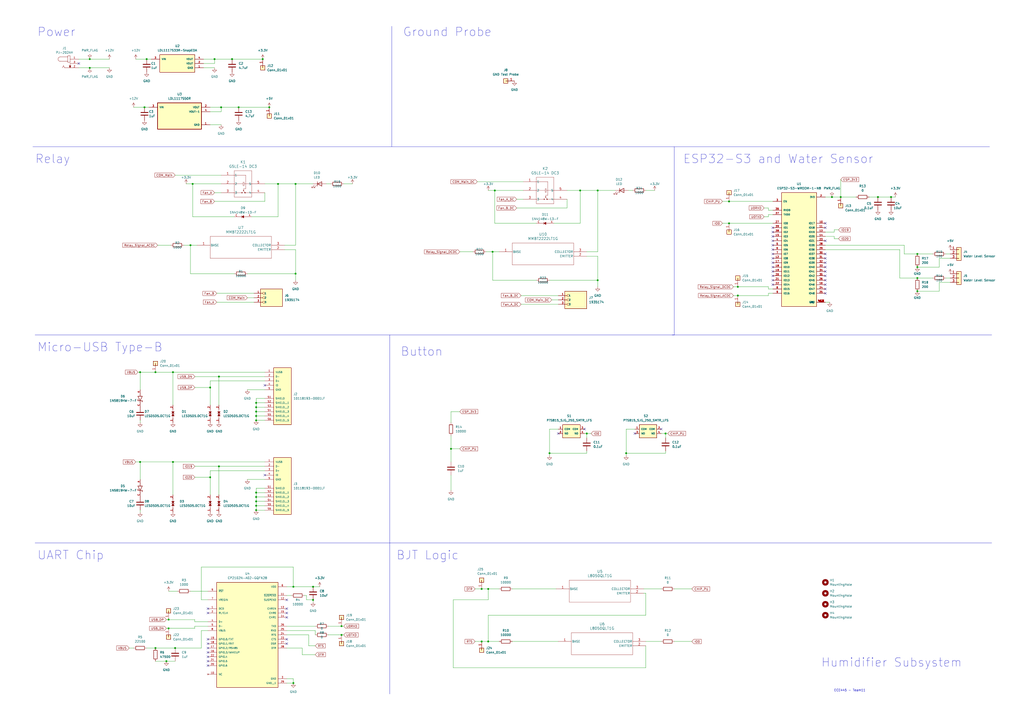
<source format=kicad_sch>
(kicad_sch (version 20230121) (generator eeschema)
  (paper "A2")
  (junction (at 198.12 368.3))
  (junction (at 482.6 114.3))
  (junction (at 128.27 62.23))
  (junction (at 532.13 161.29))
  (junction (at 171.45 158.75))
  (junction (at 532.13 147.32))
  (junction (at 97.79 359.41))
  (junction (at 279.4 341.63))
  (junction (at 279.4 372.11))
  (junction (at 96.52 383.54))
  (junction (at 171.45 106.68))
  (junction (at 336.55 110.49))
  (junction (at 346.71 162.56))
  (junction (at 318.77 262.89))
  (junction (at 97.79 364.49))
  (junction (at 170.18 396.24))
  (junction (at 90.17 215.9))
  (junction (at 283.21 341.63))
  (junction (at 386.08 251.46))
  (junction (at 148.59 241.3))
  (junction (at 148.59 236.22))
  (junction (at 198.12 363.22))
  (junction (at 134.62 34.29))
  (junction (at 283.21 372.11))
  (junction (at 148.59 288.29))
  (junction (at 340.36 251.46))
  (junction (at 152.4 34.29))
  (junction (at 427.99 166.37))
  (junction (at 509.27 114.3))
  (junction (at 101.6 375.92))
  (junction (at 170.18 340.36))
  (junction (at 81.28 267.97))
  (junction (at 148.59 238.76))
  (junction (at 85.09 34.29))
  (junction (at 83.82 62.23))
  (junction (at 516.89 114.3))
  (junction (at 138.43 62.23))
  (junction (at 100.33 267.97))
  (junction (at 261.62 260.35))
  (junction (at 487.68 114.3))
  (junction (at 111.76 106.68))
  (junction (at 127 218.44))
  (junction (at 124.46 34.29))
  (junction (at 532.13 154.94))
  (junction (at 52.07 34.29))
  (junction (at 363.22 262.89))
  (junction (at 148.59 285.75))
  (junction (at 110.49 142.24))
  (junction (at 156.21 62.23))
  (junction (at 422.91 116.84))
  (junction (at 81.28 215.9))
  (junction (at 422.91 129.54))
  (junction (at 121.92 276.86))
  (junction (at 148.59 293.37))
  (junction (at 148.59 295.91))
  (junction (at 532.13 168.91))
  (junction (at 181.61 340.36))
  (junction (at 346.71 110.49))
  (junction (at 427.99 171.45))
  (junction (at 148.59 290.83))
  (junction (at 100.33 215.9))
  (junction (at 121.92 224.79))
  (junction (at 148.59 243.84))
  (junction (at 285.75 146.05))
  (junction (at 161.29 106.68))
  (junction (at 90.17 375.92))
  (junction (at 52.07 39.37))
  (junction (at 181.61 347.98))
  (junction (at 148.59 233.68))
  (junction (at 287.02 110.49))
  (junction (at 127 270.51))
  (no_connect (at 448.31 134.62))
  (no_connect (at 153.67 275.59))
  (no_connect (at 478.79 129.54))
  (no_connect (at 478.79 170.18))
  (no_connect (at 166.37 370.84))
  (no_connect (at 478.79 154.94))
  (no_connect (at 448.31 149.86))
  (no_connect (at 448.31 137.16))
  (no_connect (at 448.31 162.56))
  (no_connect (at 478.79 152.4))
  (no_connect (at 45.72 36.83))
  (no_connect (at 448.31 147.32))
  (no_connect (at 166.37 373.38))
  (no_connect (at 448.31 152.4))
  (no_connect (at 448.31 142.24))
  (no_connect (at 478.79 160.02))
  (no_connect (at 478.79 132.08))
  (no_connect (at 120.65 386.08))
  (no_connect (at 478.79 139.7))
  (no_connect (at 368.3 251.46))
  (no_connect (at 448.31 154.94))
  (no_connect (at 120.65 383.54))
  (no_connect (at 166.37 358.14))
  (no_connect (at 120.65 370.84))
  (no_connect (at 478.79 157.48))
  (no_connect (at 120.65 381))
  (no_connect (at 478.79 147.32))
  (no_connect (at 120.65 378.46))
  (no_connect (at 166.37 355.6))
  (no_connect (at 478.79 167.64))
  (no_connect (at 339.09 248.92))
  (no_connect (at 448.31 165.1))
  (no_connect (at 448.31 157.48))
  (no_connect (at 166.37 353.06))
  (no_connect (at 120.65 355.6))
  (no_connect (at 478.79 149.86))
  (no_connect (at 448.31 132.08))
  (no_connect (at 448.31 139.7))
  (no_connect (at 478.79 165.1))
  (no_connect (at 478.79 162.56))
  (no_connect (at 166.37 347.98))
  (no_connect (at 120.65 375.92))
  (no_connect (at 323.85 251.46))
  (no_connect (at 120.65 373.38))
  (no_connect (at 383.54 248.92))
  (no_connect (at 153.67 223.52))
  (no_connect (at 448.31 160.02))
  (no_connect (at 448.31 144.78))
  (no_connect (at 120.65 353.06))
  (wire (pts (xy 346.71 148.59) (xy 346.71 162.56)))
  (wire (pts (xy 336.55 129.54) (xy 336.55 110.49)))
  (wire (pts (xy 118.11 34.29) (xy 124.46 34.29)))
  (wire (pts (xy 318.77 262.89) (xy 340.36 262.89)))
  (wire (pts (xy 148.59 290.83) (xy 153.67 290.83)))
  (wire (pts (xy 81.28 215.9) (xy 90.17 215.9)))
  (wire (pts (xy 170.18 393.7) (xy 170.18 396.24)))
  (wire (pts (xy 198.12 363.22) (xy 199.39 363.22)))
  (wire (pts (xy 171.45 142.24) (xy 165.1 142.24)))
  (wire (pts (xy 261.62 275.59) (xy 261.62 284.48)))
  (wire (pts (xy 85.09 34.29) (xy 87.63 34.29)))
  (wire (pts (xy 287.02 129.54) (xy 287.02 110.49)))
  (wire (pts (xy 427.99 171.45) (xy 445.77 171.45)))
  (wire (pts (xy 297.18 372.11) (xy 323.85 372.11)))
  (wire (pts (xy 148.59 236.22) (xy 148.59 238.76)))
  (wire (pts (xy 340.36 251.46) (xy 342.9 251.46)))
  (wire (pts (xy 128.27 64.77) (xy 128.27 62.23)))
  (wire (pts (xy 422.91 129.54) (xy 448.31 129.54)))
  (wire (pts (xy 279.4 372.11) (xy 283.21 372.11)))
  (wire (pts (xy 78.74 34.29) (xy 85.09 34.29)))
  (wire (pts (xy 175.26 375.92) (xy 175.26 379.73)))
  (polyline (pts (xy 391.16 194.31) (xy 389.89 194.31)))
  (wire (pts (xy 45.72 39.37) (xy 52.07 39.37)))
  (wire (pts (xy 124.46 34.29) (xy 134.62 34.29)))
  (wire (pts (xy 261.62 260.35) (xy 261.62 267.97)))
  (wire (pts (xy 346.71 162.56) (xy 346.71 166.37)))
  (wire (pts (xy 287.02 110.49) (xy 303.53 110.49)))
  (wire (pts (xy 148.59 233.68) (xy 148.59 236.22)))
  (wire (pts (xy 276.86 105.41) (xy 303.53 105.41)))
  (wire (pts (xy 478.79 137.16) (xy 483.87 137.16)))
  (wire (pts (xy 148.59 236.22) (xy 153.67 236.22)))
  (wire (pts (xy 386.08 251.46) (xy 387.35 251.46)))
  (wire (pts (xy 148.59 241.3) (xy 148.59 243.84)))
  (wire (pts (xy 148.59 231.14) (xy 148.59 233.68)))
  (wire (pts (xy 100.33 215.9) (xy 153.67 215.9)))
  (wire (pts (xy 519.43 114.3) (xy 516.89 114.3)))
  (wire (pts (xy 45.72 34.29) (xy 52.07 34.29)))
  (wire (pts (xy 261.62 260.35) (xy 266.7 260.35)))
  (wire (pts (xy 113.03 364.49) (xy 113.03 363.22)))
  (wire (pts (xy 443.23 120.65) (xy 445.77 120.65)))
  (wire (pts (xy 166.37 365.76) (xy 182.88 365.76)))
  (wire (pts (xy 363.22 248.92) (xy 363.22 262.89)))
  (wire (pts (xy 146.05 125.73) (xy 161.29 125.73)))
  (wire (pts (xy 113.03 270.51) (xy 127 270.51)))
  (wire (pts (xy 374.65 110.49) (xy 379.73 110.49)))
  (wire (pts (xy 483.87 134.62) (xy 483.87 133.35)))
  (wire (pts (xy 121.92 276.86) (xy 121.92 273.05)))
  (wire (pts (xy 346.71 146.05) (xy 340.36 146.05)))
  (wire (pts (xy 148.59 288.29) (xy 148.59 290.83)))
  (wire (pts (xy 336.55 110.49) (xy 346.71 110.49)))
  (wire (pts (xy 374.65 374.65) (xy 374.65 387.35)))
  (wire (pts (xy 113.03 218.44) (xy 127 218.44)))
  (wire (pts (xy 121.92 72.39) (xy 128.27 72.39)))
  (wire (pts (xy 148.59 290.83) (xy 148.59 293.37)))
  (wire (pts (xy 386.08 261.62) (xy 386.08 262.89)))
  (wire (pts (xy 445.77 170.18) (xy 448.31 170.18)))
  (wire (pts (xy 121.92 276.86) (xy 121.92 287.02)))
  (wire (pts (xy 121.92 220.98) (xy 153.67 220.98)))
  (wire (pts (xy 143.51 172.72) (xy 147.32 172.72)))
  (wire (pts (xy 548.64 161.29) (xy 551.18 161.29)))
  (wire (pts (xy 524.51 147.32) (xy 532.13 147.32)))
  (wire (pts (xy 124.46 111.76) (xy 128.27 111.76)))
  (wire (pts (xy 124.46 116.84) (xy 153.67 116.84)))
  (wire (pts (xy 373.38 341.63) (xy 383.54 341.63)))
  (wire (pts (xy 516.89 114.3) (xy 509.27 114.3)))
  (wire (pts (xy 374.65 387.35) (xy 262.89 387.35)))
  (wire (pts (xy 544.83 168.91) (xy 532.13 168.91)))
  (wire (pts (xy 445.77 166.37) (xy 445.77 167.64)))
  (wire (pts (xy 113.03 224.79) (xy 121.92 224.79)))
  (wire (pts (xy 544.83 163.83) (xy 544.83 168.91)))
  (wire (pts (xy 81.28 267.97) (xy 81.28 278.13)))
  (wire (pts (xy 281.94 146.05) (xy 285.75 146.05)))
  (wire (pts (xy 148.59 233.68) (xy 153.67 233.68)))
  (wire (pts (xy 478.79 134.62) (xy 483.87 134.62)))
  (wire (pts (xy 311.15 162.56) (xy 285.75 162.56)))
  (wire (pts (xy 110.49 342.9) (xy 120.65 342.9)))
  (wire (pts (xy 118.11 36.83) (xy 124.46 36.83)))
  (wire (pts (xy 262.89 347.98) (xy 283.21 347.98)))
  (wire (pts (xy 166.37 393.7) (xy 170.18 393.7)))
  (wire (pts (xy 138.43 62.23) (xy 156.21 62.23)))
  (wire (pts (xy 165.1 144.78) (xy 171.45 144.78)))
  (wire (pts (xy 128.27 62.23) (xy 138.43 62.23)))
  (wire (pts (xy 176.53 345.44) (xy 177.8 345.44)))
  (wire (pts (xy 116.84 347.98) (xy 116.84 328.93)))
  (wire (pts (xy 321.31 129.54) (xy 336.55 129.54)))
  (wire (pts (xy 116.84 375.92) (xy 101.6 375.92)))
  (wire (pts (xy 171.45 158.75) (xy 171.45 162.56)))
  (wire (pts (xy 548.64 147.32) (xy 551.18 147.32)))
  (wire (pts (xy 52.07 39.37) (xy 63.5 39.37)))
  (wire (pts (xy 482.6 114.3) (xy 487.68 114.3)))
  (wire (pts (xy 90.17 383.54) (xy 96.52 383.54)))
  (wire (pts (xy 171.45 106.68) (xy 171.45 142.24)))
  (wire (pts (xy 198.12 368.3) (xy 199.39 368.3)))
  (wire (pts (xy 373.38 344.17) (xy 374.65 344.17)))
  (wire (pts (xy 179.07 368.3) (xy 179.07 374.65)))
  (wire (pts (xy 368.3 248.92) (xy 363.22 248.92)))
  (wire (pts (xy 127 270.51) (xy 127 287.02)))
  (wire (pts (xy 346.71 110.49) (xy 346.71 146.05)))
  (wire (pts (xy 483.87 137.16) (xy 483.87 138.43)))
  (wire (pts (xy 283.21 372.11) (xy 289.56 372.11)))
  (wire (pts (xy 166.37 345.44) (xy 168.91 345.44)))
  (wire (pts (xy 148.59 295.91) (xy 153.67 295.91)))
  (polyline (pts (xy 19.05 85.09) (xy 574.04 85.09)))
  (wire (pts (xy 285.75 146.05) (xy 289.56 146.05)))
  (wire (pts (xy 116.84 365.76) (xy 116.84 375.92)))
  (polyline (pts (xy 20.32 314.96) (xy 575.31 314.96)))
  (wire (pts (xy 110.49 158.75) (xy 110.49 142.24)))
  (wire (pts (xy 299.72 120.65) (xy 328.93 120.65)))
  (wire (pts (xy 100.33 267.97) (xy 100.33 287.02)))
  (wire (pts (xy 524.51 142.24) (xy 524.51 147.32)))
  (wire (pts (xy 148.59 285.75) (xy 148.59 288.29)))
  (wire (pts (xy 504.19 114.3) (xy 509.27 114.3)))
  (wire (pts (xy 363.22 262.89) (xy 363.22 264.16)))
  (wire (pts (xy 166.37 396.24) (xy 170.18 396.24)))
  (wire (pts (xy 77.47 62.23) (xy 83.82 62.23)))
  (wire (pts (xy 483.87 138.43) (xy 486.41 138.43)))
  (wire (pts (xy 113.03 276.86) (xy 121.92 276.86)))
  (wire (pts (xy 544.83 154.94) (xy 532.13 154.94)))
  (wire (pts (xy 443.23 125.73) (xy 445.77 125.73)))
  (polyline (pts (xy 391.16 85.09) (xy 391.16 194.31)))
  (wire (pts (xy 143.51 278.13) (xy 153.67 278.13)))
  (wire (pts (xy 121.92 64.77) (xy 128.27 64.77)))
  (wire (pts (xy 532.13 161.29) (xy 541.02 161.29)))
  (wire (pts (xy 283.21 347.98) (xy 283.21 341.63)))
  (wire (pts (xy 81.28 267.97) (xy 100.33 267.97)))
  (wire (pts (xy 297.18 341.63) (xy 322.58 341.63)))
  (wire (pts (xy 383.54 251.46) (xy 386.08 251.46)))
  (wire (pts (xy 121.92 273.05) (xy 153.67 273.05)))
  (wire (pts (xy 318.77 248.92) (xy 318.77 262.89)))
  (wire (pts (xy 90.17 375.92) (xy 101.6 375.92)))
  (wire (pts (xy 116.84 328.93) (xy 170.18 328.93)))
  (wire (pts (xy 81.28 215.9) (xy 81.28 226.06)))
  (wire (pts (xy 425.45 171.45) (xy 427.99 171.45)))
  (wire (pts (xy 127 218.44) (xy 153.67 218.44)))
  (wire (pts (xy 487.68 114.3) (xy 496.57 114.3)))
  (wire (pts (xy 521.97 144.78) (xy 521.97 161.29)))
  (wire (pts (xy 285.75 162.56) (xy 285.75 146.05)))
  (wire (pts (xy 118.11 39.37) (xy 124.46 39.37)))
  (wire (pts (xy 181.61 349.25) (xy 181.61 347.98)))
  (wire (pts (xy 52.07 34.29) (xy 63.5 34.29)))
  (wire (pts (xy 148.59 293.37) (xy 153.67 293.37)))
  (wire (pts (xy 177.8 345.44) (xy 177.8 347.98)))
  (wire (pts (xy 283.21 110.49) (xy 287.02 110.49)))
  (wire (pts (xy 153.67 106.68) (xy 161.29 106.68)))
  (wire (pts (xy 275.59 341.63) (xy 279.4 341.63)))
  (wire (pts (xy 318.77 162.56) (xy 346.71 162.56)))
  (wire (pts (xy 182.88 365.76) (xy 182.88 368.3)))
  (wire (pts (xy 374.65 356.87) (xy 283.21 356.87)))
  (wire (pts (xy 121.92 224.79) (xy 121.92 220.98)))
  (wire (pts (xy 177.8 347.98) (xy 181.61 347.98)))
  (wire (pts (xy 148.59 288.29) (xy 153.67 288.29)))
  (wire (pts (xy 124.46 36.83) (xy 124.46 34.29)))
  (wire (pts (xy 153.67 283.21) (xy 148.59 283.21)))
  (wire (pts (xy 318.77 262.89) (xy 318.77 264.16)))
  (wire (pts (xy 445.77 171.45) (xy 445.77 170.18)))
  (wire (pts (xy 445.77 121.92) (xy 448.31 121.92)))
  (wire (pts (xy 190.5 368.3) (xy 198.12 368.3)))
  (wire (pts (xy 125.73 170.18) (xy 147.32 170.18)))
  (wire (pts (xy 364.49 110.49) (xy 367.03 110.49)))
  (wire (pts (xy 101.6 101.6) (xy 128.27 101.6)))
  (wire (pts (xy 127 270.51) (xy 153.67 270.51)))
  (wire (pts (xy 283.21 356.87) (xy 283.21 372.11)))
  (wire (pts (xy 478.79 114.3) (xy 482.6 114.3)))
  (wire (pts (xy 445.77 167.64) (xy 448.31 167.64)))
  (wire (pts (xy 113.03 360.68) (xy 120.65 360.68)))
  (wire (pts (xy 91.44 142.24) (xy 99.06 142.24)))
  (wire (pts (xy 113.03 359.41) (xy 113.03 360.68)))
  (wire (pts (xy 386.08 262.89) (xy 363.22 262.89)))
  (wire (pts (xy 181.61 340.36) (xy 185.42 340.36)))
  (wire (pts (xy 427.99 166.37) (xy 445.77 166.37)))
  (wire (pts (xy 374.65 344.17) (xy 374.65 356.87)))
  (wire (pts (xy 134.62 34.29) (xy 152.4 34.29)))
  (wire (pts (xy 111.76 106.68) (xy 128.27 106.68)))
  (wire (pts (xy 478.79 144.78) (xy 521.97 144.78)))
  (wire (pts (xy 266.7 238.76) (xy 261.62 238.76)))
  (wire (pts (xy 386.08 251.46) (xy 386.08 254)))
  (wire (pts (xy 339.09 251.46) (xy 340.36 251.46)))
  (wire (pts (xy 148.59 238.76) (xy 148.59 241.3)))
  (wire (pts (xy 148.59 293.37) (xy 148.59 295.91)))
  (wire (pts (xy 189.23 106.68) (xy 191.77 106.68)))
  (wire (pts (xy 80.01 215.9) (xy 81.28 215.9)))
  (wire (pts (xy 323.85 248.92) (xy 318.77 248.92)))
  (wire (pts (xy 161.29 125.73) (xy 161.29 106.68)))
  (wire (pts (xy 425.45 166.37) (xy 427.99 166.37)))
  (wire (pts (xy 261.62 252.73) (xy 261.62 260.35)))
  (wire (pts (xy 419.1 116.84) (xy 422.91 116.84)))
  (wire (pts (xy 143.51 226.06) (xy 153.67 226.06)))
  (wire (pts (xy 83.82 62.23) (xy 86.36 62.23)))
  (wire (pts (xy 153.67 111.76) (xy 153.67 116.84)))
  (wire (pts (xy 346.71 110.49) (xy 356.87 110.49)))
  (wire (pts (xy 279.4 341.63) (xy 283.21 341.63)))
  (wire (pts (xy 148.59 283.21) (xy 148.59 285.75)))
  (wire (pts (xy 445.77 124.46) (xy 448.31 124.46)))
  (wire (pts (xy 113.03 363.22) (xy 120.65 363.22)))
  (wire (pts (xy 96.52 359.41) (xy 97.79 359.41)))
  (polyline (pts (xy 226.06 194.31) (xy 226.06 402.59)))
  (wire (pts (xy 148.59 285.75) (xy 153.67 285.75)))
  (wire (pts (xy 391.16 372.11) (xy 401.32 372.11)))
  (wire (pts (xy 287.02 129.54) (xy 311.15 129.54)))
  (wire (pts (xy 121.92 62.23) (xy 128.27 62.23)))
  (wire (pts (xy 148.59 238.76) (xy 153.67 238.76)))
  (wire (pts (xy 135.89 158.75) (xy 110.49 158.75)))
  (wire (pts (xy 111.76 125.73) (xy 135.89 125.73)))
  (wire (pts (xy 320.04 173.99) (xy 323.85 173.99)))
  (wire (pts (xy 125.73 175.26) (xy 147.32 175.26)))
  (wire (pts (xy 302.26 176.53) (xy 323.85 176.53)))
  (wire (pts (xy 148.59 241.3) (xy 153.67 241.3)))
  (wire (pts (xy 445.77 120.65) (xy 445.77 121.92)))
  (wire (pts (xy 190.5 363.22) (xy 198.12 363.22)))
  (wire (pts (xy 170.18 340.36) (xy 181.61 340.36)))
  (polyline (pts (xy 227.33 15.24) (xy 227.33 85.09)))
  (wire (pts (xy 544.83 149.86) (xy 544.83 154.94)))
  (wire (pts (xy 487.68 104.14) (xy 487.68 114.3)))
  (wire (pts (xy 166.37 368.3) (xy 179.07 368.3)))
  (wire (pts (xy 153.67 231.14) (xy 148.59 231.14)))
  (wire (pts (xy 483.87 133.35) (xy 486.41 133.35)))
  (wire (pts (xy 275.59 372.11) (xy 279.4 372.11)))
  (wire (pts (xy 166.37 375.92) (xy 175.26 375.92)))
  (wire (pts (xy 97.79 342.9) (xy 102.87 342.9)))
  (wire (pts (xy 340.36 261.62) (xy 340.36 262.89)))
  (wire (pts (xy 521.97 161.29) (xy 532.13 161.29)))
  (wire (pts (xy 111.76 125.73) (xy 111.76 106.68)))
  (wire (pts (xy 422.91 116.84) (xy 448.31 116.84)))
  (wire (pts (xy 544.83 163.83) (xy 551.18 163.83)))
  (wire (pts (xy 106.68 142.24) (xy 110.49 142.24)))
  (wire (pts (xy 478.79 142.24) (xy 524.51 142.24)))
  (wire (pts (xy 175.26 379.73) (xy 182.88 379.73)))
  (wire (pts (xy 148.59 243.84) (xy 153.67 243.84)))
  (wire (pts (xy 143.51 158.75) (xy 171.45 158.75)))
  (wire (pts (xy 171.45 144.78) (xy 171.45 158.75)))
  (wire (pts (xy 166.37 340.36) (xy 170.18 340.36)))
  (wire (pts (xy 107.95 106.68) (xy 111.76 106.68)))
  (wire (pts (xy 340.36 148.59) (xy 346.71 148.59)))
  (wire (pts (xy 166.37 363.22) (xy 182.88 363.22)))
  (wire (pts (xy 96.52 364.49) (xy 97.79 364.49)))
  (wire (pts (xy 299.72 115.57) (xy 303.53 115.57)))
  (wire (pts (xy 391.16 341.63) (xy 401.32 341.63)))
  (wire (pts (xy 328.93 110.49) (xy 336.55 110.49)))
  (wire (pts (xy 85.09 375.92) (xy 90.17 375.92)))
  (wire (pts (xy 199.39 106.68) (xy 204.47 106.68)))
  (wire (pts (xy 170.18 328.93) (xy 170.18 340.36)))
  (wire (pts (xy 78.74 267.97) (xy 81.28 267.97)))
  (wire (pts (xy 90.17 215.9) (xy 100.33 215.9)))
  (wire (pts (xy 96.52 383.54) (xy 101.6 383.54)))
  (wire (pts (xy 261.62 238.76) (xy 261.62 245.11)))
  (wire (pts (xy 481.33 175.26) (xy 478.79 175.26)))
  (wire (pts (xy 161.29 106.68) (xy 171.45 106.68)))
  (wire (pts (xy 328.93 115.57) (xy 328.93 120.65)))
  (polyline (pts (xy 20.32 194.31) (xy 575.31 194.31)))
  (wire (pts (xy 179.07 374.65) (xy 182.88 374.65)))
  (wire (pts (xy 445.77 125.73) (xy 445.77 124.46)))
  (wire (pts (xy 262.89 387.35) (xy 262.89 347.98)))
  (wire (pts (xy 100.33 215.9) (xy 100.33 234.95)))
  (wire (pts (xy 97.79 364.49) (xy 113.03 364.49)))
  (wire (pts (xy 283.21 341.63) (xy 289.56 341.63)))
  (wire (pts (xy 532.13 147.32) (xy 541.02 147.32)))
  (wire (pts (xy 374.65 372.11) (xy 383.54 372.11)))
  (wire (pts (xy 127 218.44) (xy 127 234.95)))
  (wire (pts (xy 419.1 129.54) (xy 422.91 129.54)))
  (wire (pts (xy 100.33 267.97) (xy 153.67 267.97)))
  (wire (pts (xy 121.92 224.79) (xy 121.92 234.95)))
  (wire (pts (xy 302.26 171.45) (xy 323.85 171.45)))
  (wire (pts (xy 81.28 243.84) (xy 81.28 245.11)))
  (wire (pts (xy 74.93 375.92) (xy 77.47 375.92)))
  (wire (pts (xy 340.36 251.46) (xy 340.36 254)))
  (wire (pts (xy 110.49 142.24) (xy 114.3 142.24)))
  (wire (pts (xy 81.28 295.91) (xy 81.28 297.18)))
  (wire (pts (xy 120.65 365.76) (xy 116.84 365.76)))
  (wire (pts (xy 97.79 359.41) (xy 113.03 359.41)))
  (wire (pts (xy 171.45 106.68) (xy 181.61 106.68)))
  (wire (pts (xy 544.83 149.86) (xy 551.18 149.86)))
  (wire (pts (xy 266.7 146.05) (xy 274.32 146.05)))
  (wire (pts (xy 120.65 347.98) (xy 116.84 347.98)))
  (text "Power" (at 21.59 21.59 0) (effects (font (size 5 5)) (justify left bottom)))
  (text "UART Chip" (at 21.59 325.12 0) (effects (font (size 5 5)) (justify left bottom)))
  (text "Humidifier Subsystem" (at 476.25 387.35 0) (effects (font (size 5 5)) (justify left bottom)))
  (text "ECE445 - Team11" (at 483.87 401.32 0) (effects (font (size 1.27 1.27)) (justify left bottom)))
  (text "Button" (at 232.41 207.01 0) (effects (font (size 5 5)) (justify left bottom)))
  (text "ESP32-S3 and Water Sensor" (at 396.24 95.25 0) (effects (font (size 5 5)) (justify left bottom)))
  (text "Relay" (at 20.32 95.25 0) (effects (font (size 5 5)) (justify left bottom)))
  (text "Ground Probe" (at 233.68 21.59 0) (effects (font (size 5 5)) (justify left bottom)))
  (text "BJT Logic" (at 229.87 325.12 0) (effects (font (size 5 5)) (justify left bottom)))
  (text "Micro-USB Type-B" (at 21.59 204.47 0) (effects (font (size 5 5)) (justify left bottom)))
  (global_label "COM_Main" (shape input) (at 101.6 101.6 180) (property "Intersheetrefs" "${INTERSHEET_REFS}" (effects hide)))
  (global_label "U0RXD" (shape input) (at 443.23 120.65 180) (property "Intersheetrefs" "${INTERSHEET_REFS}" (effects hide)))
  (global_label "Fan_B" (shape input) (at 125.73 170.18 180) (property "Intersheetrefs" "${INTERSHEET_REFS}" (effects hide)))
  (global_label "Relay_Signal_ACDC" (shape input) (at 425.45 171.45 180) (property "Intersheetrefs" "${INTERSHEET_REFS}" (effects hide)))
  (global_label "Relay_Signal_DCDC" (shape input) (at 266.7 146.05 180) (property "Intersheetrefs" "${INTERSHEET_REFS}" (effects hide)))
  (global_label "VBUS" (shape input) (at 78.74 267.97 180) (property "Intersheetrefs" "${INTERSHEET_REFS}" (effects hide)))
  (global_label "IO0" (shape input) (at 342.9 251.46 0) (property "Intersheetrefs" "${INTERSHEET_REFS}" (effects hide)))
  (global_label "Fan_A" (shape input) (at 125.73 175.26 180) (property "Intersheetrefs" "${INTERSHEET_REFS}" (effects hide)))
  (global_label "U0RXD" (shape input) (at 199.39 363.22 0) (property "Intersheetrefs" "${INTERSHEET_REFS}" (effects hide)))
  (global_label "Fan_B" (shape input) (at 124.46 116.84 180) (property "Intersheetrefs" "${INTERSHEET_REFS}" (effects hide)))
  (global_label "Fan_B_DC" (shape input) (at 299.72 120.65 180) (property "Intersheetrefs" "${INTERSHEET_REFS}" (effects hide)))
  (global_label "U0TXD" (shape input) (at 199.39 368.3 0) (property "Intersheetrefs" "${INTERSHEET_REFS}" (effects hide)))
  (global_label "CHIP_PU" (shape input) (at 401.32 341.63 0) (property "Intersheetrefs" "${INTERSHEET_REFS}" (effects hide)))
  (global_label "Fan_A_DC" (shape input) (at 299.72 115.57 180) (property "Intersheetrefs" "${INTERSHEET_REFS}" (effects hide)))
  (global_label "ESP_3V3" (shape input) (at 487.68 104.14 0) (property "Intersheetrefs" "${INTERSHEET_REFS}" (effects hide)))
  (global_label "COM_Main_DC" (shape input) (at 276.86 105.41 180) (property "Intersheetrefs" "${INTERSHEET_REFS}" (effects hide)))
  (global_label "CHIP_PU" (shape input) (at 419.1 116.84 180) (property "Intersheetrefs" "${INTERSHEET_REFS}" (effects hide)))
  (global_label "DTR" (shape input) (at 275.59 341.63 180) (property "Intersheetrefs" "${INTERSHEET_REFS}" (effects hide)))
  (global_label "IO19" (shape input) (at 486.41 133.35 0) (property "Intersheetrefs" "${INTERSHEET_REFS}" (effects hide)))
  (global_label "RTS" (shape input) (at 275.59 372.11 180) (property "Intersheetrefs" "${INTERSHEET_REFS}" (effects hide)))
  (global_label "IO0" (shape input) (at 419.1 129.54 180) (property "Intersheetrefs" "${INTERSHEET_REFS}" (effects hide)))
  (global_label "CHIP_PU" (shape input) (at 266.7 260.35 0) (property "Intersheetrefs" "${INTERSHEET_REFS}" (effects hide)))
  (global_label "COM_Main_DC" (shape input) (at 320.04 173.99 180) (property "Intersheetrefs" "${INTERSHEET_REFS}" (effects hide)))
  (global_label "Fan_A" (shape input) (at 124.46 111.76 180) (property "Intersheetrefs" "${INTERSHEET_REFS}" (effects hide)))
  (global_label "IO20" (shape input) (at 113.03 276.86 180) (property "Intersheetrefs" "${INTERSHEET_REFS}" (effects hide)))
  (global_label "Fan_B_DC" (shape input) (at 302.26 171.45 180) (property "Intersheetrefs" "${INTERSHEET_REFS}" (effects hide)))
  (global_label "USB_DP" (shape input) (at 113.03 224.79 180) (property "Intersheetrefs" "${INTERSHEET_REFS}" (effects hide)))
  (global_label "VBUS" (shape input) (at 80.01 215.9 180) (property "Intersheetrefs" "${INTERSHEET_REFS}" (effects hide)))
  (global_label "U0TXD" (shape input) (at 443.23 125.73 180) (property "Intersheetrefs" "${INTERSHEET_REFS}" (effects hide)))
  (global_label "VBUS" (shape input) (at 74.93 375.92 180) (property "Intersheetrefs" "${INTERSHEET_REFS}" (effects hide)))
  (global_label "USB_DN" (shape input) (at 96.52 364.49 180) (property "Intersheetrefs" "${INTERSHEET_REFS}" (effects hide)))
  (global_label "RTS" (shape input) (at 182.88 374.65 0) (property "Intersheetrefs" "${INTERSHEET_REFS}" (effects hide)))
  (global_label "IO20" (shape input) (at 486.41 138.43 0) (property "Intersheetrefs" "${INTERSHEET_REFS}" (effects hide)))
  (global_label "CHIP_PU" (shape input) (at 387.35 251.46 0) (property "Intersheetrefs" "${INTERSHEET_REFS}" (effects hide)))
  (global_label "ESP_3V3" (shape input) (at 266.7 238.76 0) (property "Intersheetrefs" "${INTERSHEET_REFS}" (effects hide)))
  (global_label "Relay_Signal_DCDC" (shape input) (at 425.45 166.37 180) (property "Intersheetrefs" "${INTERSHEET_REFS}" (effects hide)))
  (global_label "USB_DN" (shape input) (at 113.03 218.44 180) (property "Intersheetrefs" "${INTERSHEET_REFS}" (effects hide)))
  (global_label "COM_Main" (shape input) (at 143.51 172.72 180) (property "Intersheetrefs" "${INTERSHEET_REFS}" (effects hide)))
  (global_label "Fan_A_DC" (shape input) (at 302.26 176.53 180) (property "Intersheetrefs" "${INTERSHEET_REFS}" (effects hide)))
  (global_label "DTR" (shape input) (at 182.88 379.73 0) (property "Intersheetrefs" "${INTERSHEET_REFS}" (effects hide)))
  (global_label "Relay_Signal_ACDC" (shape input) (at 91.44 142.24 180) (property "Intersheetrefs" "${INTERSHEET_REFS}" (effects hide)))
  (global_label "USB_DP" (shape input) (at 96.52 359.41 180) (property "Intersheetrefs" "${INTERSHEET_REFS}" (effects hide)))
  (global_label "IO19" (shape input) (at 113.03 270.51 180) (property "Intersheetrefs" "${INTERSHEET_REFS}" (effects hide)))
  (global_label "IO0" (shape input) (at 401.32 372.11 0) (property "Intersheetrefs" "${INTERSHEET_REFS}" (effects hide)))
  (symbol (lib_id "Device:R") (at 314.96 162.56 90) (unit 1)
    (property "Reference" "R23" (at 314.96 161.29 90))
    (property "Value" "10000" (at 314.96 163.83 90))
    (property "Footprint" "Resistor_SMD:R_0805_2012Metric_Pad1.20x1.40mm_HandSolder" (effects hide))
  )
  (symbol (lib_id "power:GND") (at 83.82 69.85 0) (unit 1)
    (property "Reference" "#PWR08" (effects hide))
    (property "Value" "GND" (at 83.82 74.93 0))
  )
  (symbol (lib_id "ECE445:LESD5D5.0CT1G") (at 127 292.1 90) (unit 1)
    (property "Reference" "D4" (at 129.54 290.83 90) (effects (justify right)))
    (property "Value" "LESD5D5.0CT1G" (at 129.54 293.37 90) (effects (justify right)))
    (property "Footprint" "ECE445:LESD5D5_0CT1G" (effects hide))
    (property "MF" "Leshan Radio Co." (effects hide))
    (property "MAXIMUM_PACKAGE_HEIGHT" "0.7 mm" (effects hide))
    (property "Package" "None" (effects hide))
    (property "Price" "None" (effects hide))
    (property "Check_prices" "https://www.snapeda.com/parts/LESD5D5.0CT1G/Leshan+Radio+Co./view-part/?ref=eda" (effects hide))
    (property "STANDARD" "Manufacturer Recommendations" (effects hide))
    (property "PARTREV" "O" (effects hide))
    (property "SnapEDA_Link" "https://www.snapeda.com/parts/LESD5D5.0CT1G/Leshan+Radio+Co./view-part/?ref=snap" (effects hide))
    (property "MP" "LESD5D5.0CT1G" (effects hide))
    (property "Description" "\nTransient Voltage Suppressors for ESD Protection\n" (effects hide))
    (property "Availability" "Not in stock" (effects hide))
    (property "MANUFACTURER" "LRC" (effects hide))
  )
  (symbol (lib_id "power:GND") (at 509.27 121.92 0) (mirror y) (unit 1)
    (property "Reference" "#PWR014" (effects hide))
    (property "Value" "GND" (at 509.27 127 0))
  )
  (symbol (lib_id "Mechanical:MountingHole") (at 478.79 356.87 0) (unit 1)
    (property "Reference" "H4" (at 481.33 355.6 0) (effects (justify left)))
    (property "Value" "MountingHole" (at 481.33 358.14 0) (effects (justify left)))
    (property "Footprint" "MountingHole:MountingHole_3.2mm_M3" (effects hide))
  )
  (symbol (lib_id "Device:R") (at 195.58 106.68 90) (unit 1)
    (property "Reference" "R19" (at 195.58 105.41 90))
    (property "Value" "1000" (at 195.58 107.95 90))
    (property "Footprint" "Resistor_SMD:R_0805_2012Metric_Pad1.20x1.40mm_HandSolder" (effects hide))
  )
  (symbol (lib_id "Device:R") (at 544.83 161.29 90) (unit 1)
    (property "Reference" "R16" (at 544.83 160.02 90))
    (property "Value" "100" (at 544.83 162.56 90))
    (property "Footprint" "Resistor_SMD:R_0805_2012Metric_Pad1.20x1.40mm_HandSolder" (effects hide))
  )
  (symbol (lib_id "Device:R") (at 186.69 368.3 90) (unit 1)
    (property "Reference" "R8" (at 186.69 367.03 90))
    (property "Value" "0" (at 186.69 369.57 90))
    (property "Footprint" "Resistor_SMD:R_0805_2012Metric_Pad1.20x1.40mm_HandSolder" (effects hide))
  )
  (symbol (lib_id "ECE445:G5LE-14_DC3") (at 303.53 105.41 0) (unit 1)
    (property "Reference" "K2" (at 316.23 97.79 0) (effects (font (size 1.524 1.524))))
    (property "Value" "G5LE-14 DC3" (at 316.23 100.33 0) (effects (font (size 1.524 1.524))))
    (property "Footprint" "ECE445:G5LE-1 DC3" (effects hide))
    (property "Datasheet" "G5LE-14 DC3" (effects hide))
  )
  (symbol (lib_id "Connector_Generic:Conn_01x03") (at 556.26 161.29 0) (unit 1)
    (property "Reference" "J5" (at 558.8 160.02 0) (effects (justify left)))
    (property "Value" "Water Level Sensor" (at 558.8 162.56 0) (effects (justify left)))
    (property "Footprint" "ECE445:1935174" (effects hide))
  )
  (symbol (lib_id "ECE445:1N4148W-13-F") (at 316.23 129.54 180) (unit 1)
    (property "Reference" "D11" (at 316.23 124.46 0))
    (property "Value" "1N4148W-13-F" (at 316.23 127 0))
    (property "Footprint" "ECE445:1N4148W-13-F" (effects hide))
    (property "PARTREV" "28-2" (effects hide))
    (property "MANUFACTURER" "Diodes" (effects hide))
    (property "STANDARD" "IPC-7351B" (effects hide))
  )
  (symbol (lib_id "power:PWR_FLAG") (at 52.07 34.29 0) (unit 1)
    (property "Reference" "#FLG01" (effects hide))
    (property "Value" "PWR_FLAG" (at 52.07 29.21 0))
  )
  (symbol (lib_id "power:GND") (at 532.13 154.94 0) (unit 1)
    (property "Reference" "#PWR037" (effects hide))
    (property "Value" "GND" (at 532.13 158.75 0))
  )
  (symbol (lib_id "power:GND") (at 100.33 297.18 0) (unit 1)
    (property "Reference" "#PWR033" (effects hide))
    (property "Value" "GND" (at 100.33 302.26 0))
  )
  (symbol (lib_id "power:+5V") (at 551.18 144.78 0) (unit 1)
    (property "Reference" "#PWR034" (effects hide))
    (property "Value" "+5V" (at 551.18 139.7 0))
  )
  (symbol (lib_id "power:+3.3V") (at 107.95 106.68 0) (unit 1)
    (property "Reference" "#PWR042" (effects hide))
    (property "Value" "+3.3V" (at 107.95 102.87 0))
  )
  (symbol (lib_id "ECE445:L8050QLT1G") (at 323.85 372.11 0) (unit 1)
    (property "Reference" "U6" (at 349.25 361.95 0) (effects (font (size 1.524 1.524))))
    (property "Value" "L8050QLT1G" (at 349.25 364.49 0) (effects (font (size 1.524 1.524))))
    (property "Footprint" "ECE445:SOT-23_ONS" (effects hide))
    (property "Datasheet" "KSC3265YMTF" (effects hide))
  )
  (symbol (lib_id "Device:R") (at 293.37 341.63 90) (unit 1)
    (property "Reference" "R9" (at 293.37 335.28 90))
    (property "Value" "10000" (at 293.37 337.82 90))
    (property "Footprint" "Resistor_SMD:R_0805_2012Metric_Pad1.20x1.40mm_HandSolder" (effects hide))
  )
  (symbol (lib_id "Connector_Generic:Conn_01x03") (at 556.26 147.32 0) (unit 1)
    (property "Reference" "J4" (at 558.8 146.05 0) (effects (justify left)))
    (property "Value" "Water Level Sensor" (at 558.8 148.59 0) (effects (justify left)))
    (property "Footprint" "ECE445:1935174" (effects hide))
  )
  (symbol (lib_id "Device:R") (at 532.13 165.1 0) (unit 1)
    (property "Reference" "R18" (at 534.67 163.83 0) (effects (justify left)))
    (property "Value" "200" (at 534.67 166.37 0) (effects (justify left)))
    (property "Footprint" "Resistor_SMD:R_0805_2012Metric_Pad1.20x1.40mm_HandSolder" (effects hide))
  )
  (symbol (lib_id "power:GND") (at 121.92 297.18 0) (unit 1)
    (property "Reference" "#PWR018" (effects hide))
    (property "Value" "GND" (at 121.92 302.26 0))
  )
  (symbol (lib_id "ECE445:L8050QLT1G") (at 322.58 341.63 0) (unit 1)
    (property "Reference" "U5" (at 347.98 331.47 0) (effects (font (size 1.524 1.524))))
    (property "Value" "L8050QLT1G" (at 347.98 334.01 0) (effects (font (size 1.524 1.524))))
    (property "Footprint" "ECE445:SOT-23_ONS" (effects hide))
    (property "Datasheet" "KSC3265YMTF" (effects hide))
  )
  (symbol (lib_id "Connector_Generic:Conn_01x01") (at 279.4 336.55 90) (unit 1)
    (property "Reference" "J25" (at 276.86 330.2 90) (effects (justify right)))
    (property "Value" "Conn_01x01" (at 276.86 332.74 90) (effects (justify right)))
    (property "Footprint" "Connector_PinSocket_2.54mm:PinSocket_1x01_P2.54mm_Vertical" (effects hide))
  )
  (symbol (lib_id "ECE445:MMBT2222LT1G") (at 114.3 142.24 0) (unit 1)
    (property "Reference" "U7" (at 139.7 132.08 0) (effects (font (size 1.524 1.524))))
    (property "Value" "MMBT2222LT1G" (at 139.7 134.62 0) (effects (font (size 1.524 1.524))))
    (property "Footprint" "ECE445:MMBT2222LT1G" (effects hide))
    (property "Datasheet" "MMBT2222LT1G" (effects hide))
  )
  (symbol (lib_id "Device:R") (at 261.62 248.92 0) (unit 1)
    (property "Reference" "R14" (at 264.16 247.65 0) (effects (justify left)))
    (property "Value" "10000" (at 264.16 250.19 0) (effects (justify left)))
    (property "Footprint" "Resistor_SMD:R_0805_2012Metric_Pad1.20x1.40mm_HandSolder" (effects hide))
  )
  (symbol (lib_id "Device:C") (at 101.6 379.73 0) (unit 1)
    (property "Reference" "C9" (at 105.41 378.46 0) (effects (justify left)))
    (property "Value" "1uF" (at 105.41 381 0) (effects (justify left)))
    (property "Footprint" "Capacitor_SMD:C_0805_2012Metric_Pad1.18x1.45mm_HandSolder" (effects hide))
  )
  (symbol (lib_id "Device:LED") (at 360.68 110.49 0) (unit 1)
    (property "Reference" "D12" (at 359.0925 104.14 0))
    (property "Value" "LED" (at 359.0925 106.68 0))
    (property "Footprint" "Diode_SMD:D_0805_2012Metric_Pad1.15x1.40mm_HandSolder" (effects hide))
  )
  (symbol (lib_id "power:GND") (at 128.27 72.39 0) (unit 1)
    (property "Reference" "#PWR036" (effects hide))
    (property "Value" "GND" (at 128.27 77.47 0))
  )
  (symbol (lib_id "power:GND") (at 138.43 69.85 0) (unit 1)
    (property "Reference" "#PWR039" (effects hide))
    (property "Value" "GND" (at 138.43 74.93 0))
  )
  (symbol (lib_id "ECE445:10118193-0001LF") (at 163.83 275.59 0) (unit 1)
    (property "Reference" "J3" (at 170.18 280.67 0) (effects (justify left)))
    (property "Value" "10118193-0001LF" (at 170.18 283.21 0) (effects (justify left)))
    (property "Footprint" "ECE445:10118193-0001LF" (effects hide))
    (property "PARTREV" "E" (effects hide))
    (property "MANUFACTURER" "Amphenol FCI" (effects hide))
    (property "MAXIMUM_PACKAGE_HEIGHT" "2.55 mm" (effects hide))
    (property "STANDARD" "Manufacturer Recommendations" (effects hide))
  )
  (symbol (lib_id "Device:C") (at 134.62 38.1 0) (unit 1)
    (property "Reference" "C2" (at 138.43 36.83 0) (effects (justify left)))
    (property "Value" "4.7uF" (at 138.43 39.37 0) (effects (justify left)))
    (property "Footprint" "Capacitor_SMD:C_0805_2012Metric_Pad1.18x1.45mm_HandSolder" (effects hide))
  )
  (symbol (lib_id "power:GND") (at 298.45 46.99 0) (unit 1)
    (property "Reference" "#PWR051" (effects hide))
    (property "Value" "GND" (at 298.45 52.07 0))
  )
  (symbol (lib_id "ECE445:1N5819HW-7-F") (at 81.28 283.21 270) (unit 1)
    (property "Reference" "D5" (at 69.85 281.94 90) (effects (justify left)))
    (property "Value" "1N5819HW-7-F" (at 63.5 284.48 90) (effects (justify left)))
    (property "Footprint" "ECE445:1N5819HW-7-F" (effects hide))
    (property "PARTREV" "18-2" (effects hide))
    (property "STANDARD" "IPC-7351B" (effects hide))
    (property "MANUFACTURER" "Diodes Inc." (effects hide))
  )
  (symbol (lib_id "Connector_Generic:Conn_01x01") (at 156.21 67.31 270) (unit 1)
    (property "Reference" "J11" (at 158.75 66.04 90) (effects (justify left)))
    (property "Value" "Conn_01x01" (at 158.75 68.58 90) (effects (justify left)))
    (property "Footprint" "Connector_PinSocket_2.54mm:PinSocket_1x01_P2.54mm_Vertical" (effects hide))
  )
  (symbol (lib_id "Device:C") (at 386.08 257.81 0) (unit 1)
    (property "Reference" "C12" (at 389.89 256.54 0) (effects (justify left)))
    (property "Value" "0.1uF" (at 389.89 259.08 0) (effects (justify left)))
    (property "Footprint" "Capacitor_SMD:C_0805_2012Metric_Pad1.18x1.45mm_HandSolder" (effects hide))
  )
  (symbol (lib_id "ECE445:1N5819HW-7-F") (at 81.28 231.14 270) (unit 1)
    (property "Reference" "D6" (at 69.85 229.87 90) (effects (justify left)))
    (property "Value" "1N5819HW-7-F" (at 63.5 232.41 90) (effects (justify left)))
    (property "Footprint" "ECE445:1N5819HW-7-F" (effects hide))
    (property "PARTREV" "18-2" (effects hide))
    (property "STANDARD" "IPC-7351B" (effects hide))
    (property "MANUFACTURER" "Diodes Inc." (effects hide))
  )
  (symbol (lib_id "ECE445:LESD5D5.0CT1G") (at 121.92 240.03 90) (unit 1)
    (property "Reference" "D1" (at 105.41 238.76 90) (effects (justify right)))
    (property "Value" "LESD5D5.0CT1G" (at 105.41 241.3 90) (effects (justify right)))
    (property "Footprint" "ECE445:LESD5D5_0CT1G" (effects hide))
    (property "MF" "Leshan Radio Co." (effects hide))
    (property "MAXIMUM_PACKAGE_HEIGHT" "0.7 mm" (effects hide))
    (property "Package" "None" (effects hide))
    (property "Price" "None" (effects hide))
    (property "Check_prices" "https://www.snapeda.com/parts/LESD5D5.0CT1G/Leshan+Radio+Co./view-part/?ref=eda" (effects hide))
    (property "STANDARD" "Manufacturer Recommendations" (effects hide))
    (property "PARTREV" "O" (effects hide))
    (property "SnapEDA_Link" "https://www.snapeda.com/parts/LESD5D5.0CT1G/Leshan+Radio+Co./view-part/?ref=snap" (effects hide))
    (property "MP" "LESD5D5.0CT1G" (effects hide))
    (property "Description" "\nTransient Voltage Suppressors for ESD Protection\n" (effects hide))
    (property "Availability" "Not in stock" (effects hide))
    (property "MANUFACTURER" "LRC" (effects hide))
  )
  (symbol (lib_id "power:GND") (at 318.77 264.16 0) (unit 1)
    (property "Reference" "#PWR030" (effects hide))
    (property "Value" "GND" (at 318.77 269.24 0))
  )
  (symbol (lib_id "power:+12V") (at 63.5 34.29 0) (unit 1)
    (property "Reference" "#PWR01" (effects hide))
    (property "Value" "+12V" (at 63.5 29.21 0))
  )
  (symbol (lib_id "power:+3.3V") (at 185.42 340.36 0) (unit 1)
    (property "Reference" "#PWR025" (effects hide))
    (property "Value" "+3.3V" (at 185.42 335.28 0))
  )
  (symbol (lib_id "ECE445:ESP32-S3-WROOM-1-N8") (at 463.55 142.24 0) (unit 1)
    (property "Reference" "U1" (at 463.55 106.68 0))
    (property "Value" "ESP32-S3-WROOM-1-N8" (at 463.55 109.22 0))
    (property "Footprint" "ECE445:ESP32-S3-WROOM-1-N8-SnapEDA" (effects hide))
    (property "DigiKey_Part_Number" "1965-ESP32-S3-WROOM-1-N8TR-ND" (effects hide))
    (property "MF" "Espressif Systems" (effects hide))
    (property "DESCRIPTION" "Bluetooth, WiFi 802.11b/g/n, Bluetooth v5.0 Transceiver Module 2.4GHz PCB Trace Surface Mount" (effects hide))
    (property "PACKAGE" "None" (effects hide))
    (property "PRICE" "None" (effects hide))
    (property "Package" "NON STANDARD Espressif Systems" (effects hide))
    (property "Check_prices" "https://www.snapeda.com/parts/ESP32-S3-WROOM-1-N8/Espressif+Systems/view-part/?ref=eda" (effects hide))
    (property "SnapEDA_Link" "https://www.snapeda.com/parts/ESP32-S3-WROOM-1-N8/Espressif+Systems/view-part/?ref=snap" (effects hide))
    (property "MP" "ESP32-S3-WROOM-1-N8" (effects hide))
    (property "Purchase-URL" "https://www.snapeda.com/api/url_track_click_mouser/?unipart_id=11020927&manufacturer=Espressif Systems&part_name=ESP32-S3-WROOM-1-N8&search_term=None" (effects hide))
    (property "Description" "\nWiFi 802.11a/b/g/n, Bluetooth v5.0 Transceiver Module 2.4GHz Antenna Not Included -\n" (effects hide))
    (property "AVAILABILITY" "In Stock" (effects hide))
    (property "PURCHASE-URL" "https://pricing.snapeda.com/search/part/ESP32-S3-WROOM-1-N8R8/?ref=eda" (effects hide))
  )
  (symbol (lib_id "Connector_Generic:Conn_01x01") (at 198.12 358.14 90) (unit 1)
    (property "Reference" "J19" (at 200.66 356.87 90) (effects (justify right)))
    (property "Value" "Conn_01x01" (at 200.66 359.41 90) (effects (justify right)))
    (property "Footprint" "Connector_PinSocket_2.54mm:PinSocket_1x01_P2.54mm_Vertical" (effects hide))
  )
  (symbol (lib_id "power:GND") (at 181.61 349.25 0) (unit 1)
    (property "Reference" "#PWR026" (effects hide))
    (property "Value" "GND" (at 181.61 354.33 0))
  )
  (symbol (lib_id "ECE445:1N4148W-13-F") (at 140.97 125.73 180) (unit 1)
    (property "Reference" "D9" (at 140.97 120.65 0))
    (property "Value" "1N4148W-13-F" (at 140.97 123.19 0))
    (property "Footprint" "ECE445:1N4148W-13-F" (effects hide))
    (property "PARTREV" "28-2" (effects hide))
    (property "MANUFACTURER" "Diodes" (effects hide))
    (property "STANDARD" "IPC-7351B" (effects hide))
  )
  (symbol (lib_id "Device:C") (at 83.82 66.04 0) (unit 1)
    (property "Reference" "C3" (at 86.36 64.77 0) (effects (justify left)))
    (property "Value" "1uF" (at 86.36 67.31 0) (effects (justify left)))
    (property "Footprint" "Capacitor_SMD:C_0805_2012Metric_Pad1.18x1.45mm_HandSolder" (effects hide))
  )
  (symbol (lib_id "Connector_Generic:Conn_01x01") (at 90.17 210.82 90) (unit 1)
    (property "Reference" "J20" (at 92.71 209.55 90) (effects (justify right)))
    (property "Value" "Conn_01x01" (at 92.71 212.09 90) (effects (justify right)))
    (property "Footprint" "Connector_PinSocket_2.54mm:PinSocket_1x01_P2.54mm_Vertical" (effects hide))
  )
  (symbol (lib_id "Device:R") (at 172.72 345.44 270) (unit 1)
    (property "Reference" "R4" (at 172.72 347.98 90))
    (property "Value" "10000" (at 172.72 350.52 90))
    (property "Footprint" "Resistor_SMD:R_0805_2012Metric_Pad1.20x1.40mm_HandSolder" (effects hide))
  )
  (symbol (lib_id "Device:R") (at 106.68 342.9 90) (unit 1)
    (property "Reference" "R3" (at 106.68 336.55 90))
    (property "Value" "1000" (at 106.68 339.09 90))
    (property "Footprint" "Resistor_SMD:R_0805_2012Metric_Pad1.20x1.40mm_HandSolder" (effects hide))
  )
  (symbol (lib_id "Mechanical:MountingHole") (at 478.79 350.52 0) (unit 1)
    (property "Reference" "H3" (at 481.33 349.25 0) (effects (justify left)))
    (property "Value" "MountingHole" (at 481.33 351.79 0) (effects (justify left)))
    (property "Footprint" "MountingHole:MountingHole_3.2mm_M3" (effects hide))
  )
  (symbol (lib_id "Device:LED") (at 185.42 106.68 0) (unit 1)
    (property "Reference" "D10" (at 183.8325 100.33 0))
    (property "Value" "LED" (at 183.8325 102.87 0))
    (property "Footprint" "Diode_SMD:D_0805_2012Metric_Pad1.15x1.40mm_HandSolder" (effects hide))
  )
  (symbol (lib_id "power:GND") (at 124.46 39.37 0) (unit 1)
    (property "Reference" "#PWR04" (effects hide))
    (property "Value" "GND" (at 124.46 44.45 0))
  )
  (symbol (lib_id "power:GND") (at 171.45 162.56 0) (unit 1)
    (property "Reference" "#PWR043" (effects hide))
    (property "Value" "GND" (at 171.45 167.64 0))
  )
  (symbol (lib_id "Device:R") (at 186.69 363.22 90) (unit 1)
    (property "Reference" "R7" (at 186.69 361.95 90))
    (property "Value" "0" (at 186.69 364.49 90))
    (property "Footprint" "Resistor_SMD:R_0805_2012Metric_Pad1.20x1.40mm_HandSolder" (effects hide))
  )
  (symbol (lib_id "power:GND") (at 81.28 245.11 0) (unit 1)
    (property "Reference" "#PWR022" (effects hide))
    (property "Value" "GND" (at 81.28 250.19 0))
  )
  (symbol (lib_id "power:GND") (at 85.09 41.91 0) (unit 1)
    (property "Reference" "#PWR012" (effects hide))
    (property "Value" "GND" (at 85.09 46.99 0))
  )
  (symbol (lib_id "power:GND") (at 127 297.18 0) (unit 1)
    (property "Reference" "#PWR019" (effects hide))
    (property "Value" "GND" (at 127 302.26 0))
  )
  (symbol (lib_id "power:+12V") (at 77.47 62.23 0) (unit 1)
    (property "Reference" "#PWR06" (effects hide))
    (property "Value" "+12V" (at 77.47 57.15 0))
  )
  (symbol (lib_id "power:GND") (at 532.13 168.91 0) (unit 1)
    (property "Reference" "#PWR038" (effects hide))
    (property "Value" "GND" (at 532.13 172.72 0))
  )
  (symbol (lib_id "power:+3.3V") (at 283.21 110.49 0) (unit 1)
    (property "Reference" "#PWR048" (effects hide))
    (property "Value" "+3.3V" (at 283.21 106.68 0))
  )
  (symbol (lib_id "ECE445:G5LE-14_DC3") (at 128.27 101.6 0) (unit 1)
    (property "Reference" "K1" (at 140.97 93.98 0) (effects (font (size 1.524 1.524))))
    (property "Value" "G5LE-14 DC3" (at 140.97 96.52 0) (effects (font (size 1.524 1.524))))
    (property "Footprint" "ECE445:G5LE-1 DC3" (effects hide))
    (property "Datasheet" "G5LE-14 DC3" (effects hide))
  )
  (symbol (lib_id "Device:R") (at 293.37 372.11 90) (unit 1)
    (property "Reference" "R10" (at 293.37 365.76 90))
    (property "Value" "10000" (at 293.37 368.3 90))
    (property "Footprint" "Resistor_SMD:R_0805_2012Metric_Pad1.20x1.40mm_HandSolder" (effects hide))
  )
  (symbol (lib_id "Device:C") (at 138.43 66.04 0) (unit 1)
    (property "Reference" "C13" (at 142.24 64.77 0) (effects (justify left)))
    (property "Value" "4.7uF" (at 142.24 67.31 0) (effects (justify left)))
    (property "Footprint" "Capacitor_SMD:C_0805_2012Metric_Pad1.18x1.45mm_HandSolder" (effects hide))
  )
  (symbol (lib_id "power:GND") (at 121.92 245.11 0) (unit 1)
    (property "Reference" "#PWR016" (effects hide))
    (property "Value" "GND" (at 121.92 250.19 0))
  )
  (symbol (lib_id "ECE445:10118193-0001LF") (at 163.83 223.52 0) (unit 1)
    (property "Reference" "J2" (at 170.18 228.6 0) (effects (justify left)))
    (property "Value" "10118193-0001LF" (at 170.18 231.14 0) (effects (justify left)))
    (property "Footprint" "ECE445:10118193-0001LF" (effects hide))
    (property "PARTREV" "E" (effects hide))
    (property "MANUFACTURER" "Amphenol FCI" (effects hide))
    (property "MAXIMUM_PACKAGE_HEIGHT" "2.55 mm" (effects hide))
    (property "STANDARD" "Manufacturer Recommendations" (effects hide))
  )
  (symbol (lib_id "Device:C") (at 509.27 118.11 0) (mirror y) (unit 1)
    (property "Reference" "C5" (at 505.46 118.11 0) (effects (justify left)))
    (property "Value" "0.1uF" (at 506.73 120.65 0) (effects (justify left)))
    (property "Footprint" "Capacitor_SMD:C_0805_2012Metric_Pad1.18x1.45mm_HandSolder" (effects hide))
  )
  (symbol (lib_id "power:GND") (at 346.71 166.37 0) (unit 1)
    (property "Reference" "#PWR049" (effects hide))
    (property "Value" "GND" (at 346.71 171.45 0))
  )
  (symbol (lib_id "ECE445:LESD5D5.0CT1G") (at 100.33 240.03 90) (unit 1)
    (property "Reference" "D7" (at 83.82 238.76 90) (effects (justify right)))
    (property "Value" "LESD5D5.0CT1G" (at 83.82 241.3 90) (effects (justify right)))
    (property "Footprint" "ECE445:LESD5D5_0CT1G" (effects hide))
    (property "MF" "Leshan Radio Co." (effects hide))
    (property "MAXIMUM_PACKAGE_HEIGHT" "0.7 mm" (effects hide))
    (property "Package" "None" (effects hide))
    (property "Price" "None" (effects hide))
    (property "Check_prices" "https://www.snapeda.com/parts/LESD5D5.0CT1G/Leshan+Radio+Co./view-part/?ref=eda" (effects hide))
    (property "STANDARD" "Manufacturer Recommendations" (effects hide))
    (property "PARTREV" "O" (effects hide))
    (property "SnapEDA_Link" "https://www.snapeda.com/parts/LESD5D5.0CT1G/Leshan+Radio+Co./view-part/?ref=snap" (effects hide))
    (property "MP" "LESD5D5.0CT1G" (effects hide))
    (property "Description" "\nTransient Voltage Suppressors for ESD Protection\n" (effects hide))
    (property "Availability" "Not in stock" (effects hide))
    (property "MANUFACTURER" "LRC" (effects hide))
  )
  (symbol (lib_id "Mechanical:MountingHole") (at 478.79 337.82 0) (unit 1)
    (property "Reference" "H1" (at 481.33 336.55 0) (effects (justify left)))
    (property "Value" "MountingHole" (at 481.33 339.09 0) (effects (justify left)))
    (property "Footprint" "MountingHole:MountingHole_3.2mm_M3" (effects hide))
  )
  (symbol (lib_id "ECE445:LDL1117S50R") (at 104.14 67.31 0) (unit 1)
    (property "Reference" "U3" (at 104.14 54.61 0))
    (property "Value" "LDL1117S50R" (at 104.14 57.15 0))
    (property "Footprint" "ECE445:LDL1117S50R" (effects hide))
    (property "Manufacturer" "STMicroelectronics" (effects hide))
    (property "Package" "SOT230P700X180-4N" (effects hide))
  )
  (symbol (lib_id "Device:C") (at 340.36 257.81 0) (unit 1)
    (property "Reference" "C11" (at 344.17 256.54 0) (effects (justify left)))
    (property "Value" "0.1uF" (at 344.17 259.08 0) (effects (justify left)))
    (property "Footprint" "Capacitor_SMD:C_0805_2012Metric_Pad1.18x1.45mm_HandSolder" (effects hide))
  )
  (symbol (lib_id "power:+3.3V") (at 97.79 342.9 0) (unit 1)
    (property "Reference" "#PWR027" (effects hide))
    (property "Value" "+3.3V" (at 97.79 337.82 0))
  )
  (symbol (lib_id "Device:R") (at 90.17 379.73 180) (unit 1)
    (property "Reference" "R6" (at 92.71 378.46 0) (effects (justify right)))
    (property "Value" "47500" (at 92.71 381 0) (effects (justify right)))
    (property "Footprint" "Resistor_SMD:R_0805_2012Metric_Pad1.20x1.40mm_HandSolder" (effects hide))
  )
  (symbol (lib_id "power:GND") (at 363.22 264.16 0) (unit 1)
    (property "Reference" "#PWR031" (effects hide))
    (property "Value" "GND" (at 363.22 269.24 0))
  )
  (symbol (lib_id "Connector_Generic:Conn_01x01") (at 293.37 46.99 180) (unit 1)
    (property "Reference" "J8" (at 293.37 40.64 0))
    (property "Value" "GND Test Probe" (at 293.37 43.18 0))
    (property "Footprint" "Connector_PinSocket_2.54mm:PinSocket_1x01_P2.54mm_Vertical" (effects hide))
  )
  (symbol (lib_id "power:GND") (at 81.28 297.18 0) (unit 1)
    (property "Reference" "#PWR023" (effects hide))
    (property "Value" "GND" (at 81.28 302.26 0))
  )
  (symbol (lib_id "ECE445:LESD5D5.0CT1G") (at 121.92 292.1 90) (unit 1)
    (property "Reference" "D3" (at 104.14 290.83 90) (effects (justify right)))
    (property "Value" "LESD5D5.0CT1G" (at 104.14 293.37 90) (effects (justify right)))
    (property "Footprint" "ECE445:LESD5D5_0CT1G" (effects hide))
    (property "MF" "Leshan Radio Co." (effects hide))
    (property "MAXIMUM_PACKAGE_HEIGHT" "0.7 mm" (effects hide))
    (property "Package" "None" (effects hide))
    (property "Price" "None" (effects hide))
    (property "Check_prices" "https://www.snapeda.com/parts/LESD5D5.0CT1G/Leshan+Radio+Co./view-part/?ref=eda" (effects hide))
    (property "STANDARD" "Manufacturer Recommendations" (effects hide))
    (property "PARTREV" "O" (effects hide))
    (property "SnapEDA_Link" "https://www.snapeda.com/parts/LESD5D5.0CT1G/Leshan+Radio+Co./view-part/?ref=snap" (effects hide))
    (property "MP" "LESD5D5.0CT1G" (effects hide))
    (property "Description" "\nTransient Voltage Suppressors for ESD Protection\n" (effects hide))
    (property "Availability" "Not in stock" (effects hide))
    (property "MANUFACTURER" "LRC" (effects hide))
  )
  (symbol (lib_id "power:+3.3V") (at 152.4 34.29 0) (unit 1)
    (property "Reference" "#PWR05" (effects hide))
    (property "Value" "+3.3V" (at 152.4 29.21 0))
  )
  (symbol (lib_id "Connector_Generic:Conn_01x01") (at 97.79 369.57 270) (unit 1)
    (property "Reference" "J22" (at 100.33 368.3 90) (effects (justify left)))
    (property "Value" "Conn_01x01" (at 100.33 370.84 90) (effects (justify left)))
    (property "Footprint" "Connector_PinSocket_2.54mm:PinSocket_1x01_P2.54mm_Vertical" (effects hide))
  )
  (symbol (lib_id "Device:R") (at 370.84 110.49 90) (unit 1)
    (property "Reference" "R24" (at 370.84 109.22 90))
    (property "Value" "1000" (at 370.84 111.76 90))
    (property "Footprint" "Resistor_SMD:R_0805_2012Metric_Pad1.20x1.40mm_HandSolder" (effects hide))
  )
  (symbol (lib_id "ECE445:1935174") (at 334.01 173.99 0) (unit 1)
    (property "Reference" "J7" (at 341.63 172.72 0) (effects (justify left)))
    (property "Value" "1935174" (at 341.63 175.26 0) (effects (justify left)))
    (property "Footprint" "ECE445:1935174" (effects hide))
    (property "MANUFACTURER" "PHOENIX" (effects hide))
  )
  (symbol (lib_id "ECE445:PTS815_SJG_250_SMTR_LFS") (at 326.39 246.38 0) (unit 1)
    (property "Reference" "S1" (at 330.2 241.3 0))
    (property "Value" "PTS815_SJG_250_SMTR_LFS" (at 330.2 243.84 0))
    (property "Footprint" "ECE445:PTS815 SJG 250 SMTR LFS" (effects hide))
    (property "MANUFACTURER_NAME" "C & K COMPONENTS" (effects hide))
    (property "MF" "C&K" (effects hide))
    (property "MOUSER_PRICE-STOCK" "https://www.mouser.co.uk/ProductDetail/CK/PTS815-SJG-250-SMTR-LFS?qs=ahcBuItHZ3yjoEmU1Oppnw%3D%3D" (effects hide))
    (property "DESCRIPTION" "Tactile Switches Tact Switch, 12 VDC, 50 mA, 4.2x3.2, 2.5mm H, 400gf, J leads" (effects hide))
    (property "MOUSER_PART_NUMBER" "611-PTS815SJG250SMTR" (effects hide))
    (property "Price" "None" (effects hide))
    (property "Package" "None" (effects hide))
    (property "Check_prices" "https://www.snapeda.com/parts/PTS815%20SJG%20250%20SMTR%20LFS/C%2526K/view-part/?ref=eda" (effects hide))
    (property "HEIGHT" "2.7mm" (effects hide))
    (property "SnapEDA_Link" "https://www.snapeda.com/parts/PTS815%20SJG%20250%20SMTR%20LFS/C%2526K/view-part/?ref=snap" (effects hide))
    (property "MP" "PTS815 SJG 250 SMTR LFS" (effects hide))
    (property "Description" "\nSwitch;Tactile;4.2 x 3.2;2.5MM;400gf;J Leads | C&K PTS815 SJG 250 SMTR LFS\n" (effects hide))
    (property "Availability" "In Stock" (effects hide))
    (property "MANUFACTURER_PART_NUMBER" "PTS815 SJG 250 SMTR LFS" (effects hide))
  )
  (symbol (lib_id "ECE445:PTS815_SJG_250_SMTR_LFS") (at 370.84 246.38 0) (unit 1)
    (property "Reference" "S2" (at 374.65 241.3 0))
    (property "Value" "PTS815_SJG_250_SMTR_LFS" (at 374.65 243.84 0))
    (property "Footprint" "ECE445:PTS815 SJG 250 SMTR LFS" (effects hide))
    (property "MANUFACTURER_NAME" "C & K COMPONENTS" (effects hide))
    (property "MF" "C&K" (effects hide))
    (property "MOUSER_PRICE-STOCK" "https://www.mouser.co.uk/ProductDetail/CK/PTS815-SJG-250-SMTR-LFS?qs=ahcBuItHZ3yjoEmU1Oppnw%3D%3D" (effects hide))
    (property "DESCRIPTION" "Tactile Switches Tact Switch, 12 VDC, 50 mA, 4.2x3.2, 2.5mm H, 400gf, J leads" (effects hide))
    (property "MOUSER_PART_NUMBER" "611-PTS815SJG250SMTR" (effects hide))
    (property "Price" "None" (effects hide))
    (property "Package" "None" (effects hide))
    (property "Check_prices" "https://www.snapeda.com/parts/PTS815%20SJG%20250%20SMTR%20LFS/C%2526K/view-part/?ref=eda" (effects hide))
    (property "HEIGHT" "2.7mm" (effects hide))
    (property "SnapEDA_Link" "https://www.snapeda.com/parts/PTS815%20SJG%20250%20SMTR%20LFS/C%2526K/view-part/?ref=snap" (effects hide))
    (property "MP" "PTS815 SJG 250 SMTR LFS" (effects hide))
    (property "Description" "\nSwitch;Tactile;4.2 x 3.2;2.5MM;400gf;J Leads | C&K PTS815 SJG 250 SMTR LFS\n" (effects hide))
    (property "Availability" "In Stock" (effects hide))
    (property "MANUFACTURER_PART_NUMBER" "PTS815 SJG 250 SMTR LFS" (effects hide))
  )
  (symbol (lib_id "ECE445:1935174") (at 157.48 172.72 0) (unit 1)
    (property "Reference" "J6" (at 165.1 171.45 0) (effects (justify left)))
    (property "Value" "1935174" (at 165.1 173.99 0) (effects (justify left)))
    (property "Footprint" "ECE445:1935174" (effects hide))
    (property "MANUFACTURER" "PHOENIX" (effects hide))
  )
  (symbol (lib_id "power:GND") (at 261.62 284.48 0) (unit 1)
    (property "Reference" "#PWR029" (effects hide))
    (property "Value" "GND" (at 261.62 289.56 0))
  )
  (symbol (lib_id "Connector_Generic:Conn_01x01") (at 427.99 176.53 270) (unit 1)
    (property "Reference" "J14" (at 430.53 175.26 90) (effects (justify left)))
    (property "Value" "Conn_01x01" (at 430.53 177.8 90) (effects (justify left)))
    (property "Footprint" "Connector_PinSocket_2.54mm:PinSocket_1x01_P2.54mm_Vertical" (effects hide))
  )
  (symbol (lib_id "Device:R") (at 139.7 158.75 90) (unit 1)
    (property "Reference" "R1" (at 139.7 157.48 90))
    (property "Value" "10000" (at 139.7 160.02 90))
    (property "Footprint" "Resistor_SMD:R_0805_2012Metric_Pad1.20x1.40mm_HandSolder" (effects hide))
  )
  (symbol (lib_id "power:+5V") (at 551.18 158.75 0) (unit 1)
    (property "Reference" "#PWR035" (effects hide))
    (property "Value" "+5V" (at 551.18 153.67 0))
  )
  (symbol (lib_id "power:GND") (at 148.59 243.84 0) (unit 1)
    (property "Reference" "#PWR010" (effects hide))
    (property "Value" "GND" (at 148.59 248.92 0))
  )
  (symbol (lib_id "power:GND") (at 63.5 39.37 0) (unit 1)
    (property "Reference" "#PWR03" (effects hide))
    (property "Value" "GND" (at 63.5 44.45 0))
  )
  (symbol (lib_id "Mechanical:MountingHole") (at 478.79 344.17 0) (unit 1)
    (property "Reference" "H2" (at 481.33 342.9 0) (effects (justify left)))
    (property "Value" "MountingHole" (at 481.33 345.44 0) (effects (justify left)))
    (property "Footprint" "MountingHole:MountingHole_3.2mm_M3" (effects hide))
  )
  (symbol (lib_id "power:GND") (at 143.51 278.13 0) (unit 1)
    (property "Reference" "#PWR020" (effects hide))
    (property "Value" "GND" (at 143.51 283.21 0))
  )
  (symbol (lib_id "power:GND") (at 143.51 226.06 0) (unit 1)
    (property "Reference" "#PWR015" (effects hide))
    (property "Value" "GND" (at 143.51 231.14 0))
  )
  (symbol (lib_id "ECE445:CP2102N-A02-GQFN28") (at 143.51 368.3 0) (unit 1)
    (property "Reference" "U4" (at 143.51 332.74 0))
    (property "Value" "CP2102N-A02-GQFN28" (at 143.51 335.28 0))
    (property "Footprint" "ECE445:CP2102N-A02-GQFN28" (effects hide))
    (property "PARTREV" "1.5" (effects hide))
    (property "MANUFACTURER" "Silicon Labs" (effects hide))
    (property "MAXIMUM_PACKAGE_HEIGHT" "0.8 mm" (effects hide))
    (property "STANDARD" "IPC 7351B" (effects hide))
  )
  (symbol (lib_id "Device:R") (at 500.38 114.3 90) (unit 1)
    (property "Reference" "R13" (at 500.38 107.95 90))
    (property "Value" "0" (at 500.38 110.49 90))
    (property "Footprint" "Resistor_SMD:R_0805_2012Metric_Pad1.20x1.40mm_HandSolder" (effects hide))
  )
  (symbol (lib_id "Device:C") (at 85.09 38.1 0) (unit 1)
    (property "Reference" "C1" (at 87.63 36.83 0) (effects (justify left)))
    (property "Value" "1uF" (at 87.63 39.37 0) (effects (justify left)))
    (property "Footprint" "Capacitor_SMD:C_0805_2012Metric_Pad1.18x1.45mm_HandSolder" (effects hide))
  )
  (symbol (lib_id "Connector_Generic:Conn_01x01") (at 198.12 373.38 270) (unit 1)
    (property "Reference" "J18" (at 200.66 372.11 90) (effects (justify left)))
    (property "Value" "Conn_01x01" (at 200.66 374.65 90) (effects (justify left)))
    (property "Footprint" "Connector_PinSocket_2.54mm:PinSocket_1x01_P2.54mm_Vertical" (effects hide))
  )
  (symbol (lib_id "power:GND") (at 96.52 383.54 0) (unit 1)
    (property "Reference" "#PWR028" (effects hide))
    (property "Value" "GND" (at 96.52 388.62 0))
  )
  (symbol (lib_id "power:PWR_FLAG") (at 482.6 114.3 0) (unit 1)
    (property "Reference" "#FLG03" (effects hide))
    (property "Value" "PWR_FLAG" (at 482.6 109.22 0))
  )
  (symbol (lib_id "Device:R") (at 544.83 147.32 90) (unit 1)
    (property "Reference" "R15" (at 544.83 146.05 90))
    (property "Value" "100" (at 544.83 148.59 90))
    (property "Footprint" "Resistor_SMD:R_0805_2012Metric_Pad1.20x1.40mm_HandSolder" (effects hide))
  )
  (symbol (lib_id "power:GND") (at 100.33 245.11 0) (unit 1)
    (property "Reference" "#PWR032" (effects hide))
    (property "Value" "GND" (at 100.33 250.19 0))
  )
  (symbol (lib_id "Device:R") (at 81.28 375.92 90) (unit 1)
    (property "Reference" "R5" (at 81.28 369.57 90))
    (property "Value" "22100" (at 81.28 372.11 90))
    (property "Footprint" "Resistor_SMD:R_0805_2012Metric_Pad1.20x1.40mm_HandSolder" (effects hide))
  )
  (symbol (lib_id "power:GND") (at 127 245.11 0) (unit 1)
    (property "Reference" "#PWR017" (effects hide))
    (property "Value" "GND" (at 127 250.19 0))
  )
  (symbol (lib_id "power:+12V") (at 78.74 34.29 0) (unit 1)
    (property "Reference" "#PWR02" (effects hide))
    (property "Value" "+12V" (at 78.74 29.21 0))
  )
  (symbol (lib_id "ECE445:MMBT2222LT1G") (at 289.56 146.05 0) (unit 1)
    (property "Reference" "U10" (at 314.96 135.89 0) (effects (font (size 1.524 1.524))))
    (property "Value" "MMBT2222LT1G" (at 314.96 138.43 0) (effects (font (size 1.524 1.524))))
    (property "Footprint" "ECE445:MMBT2222LT1G" (effects hide))
    (property "Datasheet" "MMBT2222LT1G" (effects hide))
  )
  (symbol (lib_id "Device:C") (at 181.61 344.17 0) (unit 1)
    (property "Reference" "C8" (at 185.42 342.9 0) (effects (justify left)))
    (property "Value" "10uF" (at 185.42 345.44 0) (effects (justify left)))
    (property "Footprint" "Capacitor_SMD:C_0805_2012Metric_Pad1.18x1.45mm_HandSolder" (effects hide))
  )
  (symbol (lib_id "power:+3.3V") (at 519.43 114.3 0) (mirror y) (unit 1)
    (property "Reference" "#PWR07" (effects hide))
    (property "Value" "+3.3V" (at 519.43 109.22 0))
  )
  (symbol (lib_id "power:+5V") (at 156.21 62.23 0) (unit 1)
    (property "Reference" "#PWR040" (effects hide))
    (property "Value" "+5V" (at 156.21 57.15 0))
  )
  (symbol (lib_id "power:GND") (at 481.33 175.26 0) (unit 1)
    (property "Reference" "#PWR09" (effects hide))
    (property "Value" "GND" (at 481.33 180.34 0))
  )
  (symbol (lib_id "Device:C") (at 81.28 240.03 0) (unit 1)
    (property "Reference" "C6" (at 74.93 238.76 0) (effects (justify left)))
    (property "Value" "10uF" (at 73.66 241.3 0) (effects (justify left)))
    (property "Footprint" "Capacitor_SMD:C_0805_2012Metric_Pad1.18x1.45mm_HandSolder" (effects hide))
  )
  (symbol (lib_id "power:GND") (at 134.62 41.91 0) (unit 1)
    (property "Reference" "#PWR011" (effects hide))
    (property "Value" "GND" (at 134.62 46.99 0))
  )
  (symbol (lib_id "Connector_Generic:Conn_01x01") (at 97.79 354.33 90) (unit 1)
    (property "Reference" "J23" (at 100.33 353.06 90) (effects (justify right)))
    (property "Value" "Conn_01x01" (at 100.33 355.6 90) (effects (justify right)))
    (property "Footprint" "Connector_PinSocket_2.54mm:PinSocket_1x01_P2.54mm_Vertical" (effects hide))
  )
  (symbol (lib_id "Connector_Generic:Conn_01x01") (at 427.99 161.29 90) (unit 1)
    (property "Reference" "J15" (at 430.53 160.02 90) (effects (justify right)))
    (property "Value" "Conn_01x01" (at 430.53 162.56 90) (effects (justify right)))
    (property "Footprint" "Connector_PinSocket_2.54mm:PinSocket_1x01_P2.54mm_Vertical" (effects hide))
  )
  (symbol (lib_id "ECE445:LDL1117S33R-SnapEDA") (at 102.87 36.83 0) (unit 1)
    (property "Reference" "U2" (at 102.87 26.67 0))
    (property "Value" "LDL1117S33R-SnapEDA" (at 102.87 29.21 0))
    (property "Footprint" "ECE445:LDL1117S33R-SnapEDA" (effects hide))
    (property "DigiKey_Part_Number" "497-17239-2-ND" (effects hide))
    (property "MF" "STMicroelectronics" (effects hide))
    (property "MAXIMUM_PACKAGE_HEIGHT" "1.8 mm" (effects hide))
    (property "Package" "SOT-223 STMicroelectronics" (effects hide))
    (property "Check_prices" "https://www.snapeda.com/parts/LDL1117S33R/STMicroelectronics/view-part/?ref=eda" (effects hide))
    (property "STANDARD" "IPC 7351B" (effects hide))
    (property "PARTREV" "7" (effects hide))
    (property "SnapEDA_Link" "https://www.snapeda.com/parts/LDL1117S33R/STMicroelectronics/view-part/?ref=snap" (effects hide))
    (property "MP" "LDL1117S33R" (effects hide))
    (property "Purchase-URL" "https://www.snapeda.com/api/url_track_click_mouser/?unipart_id=865632&manufacturer=STMicroelectronics&part_name=LDL1117S33R&search_term=ldl1117s33r" (effects hide))
    (property "Description" "\nLinear Voltage Regulator IC Positive Fixed 1 Output 1.2A SOT-223\n" (effects hide))
    (property "SNAPEDA_PN" "LDL1117S33R" (effects hide))
    (property "MANUFACTURER" "STMicroelectronics" (effects hide))
  )
  (symbol (lib_id "Connector_Generic:Conn_01x01") (at 487.68 119.38 270) (unit 1)
    (property "Reference" "J13" (at 490.22 119.38 90) (effects (justify left)))
    (property "Value" "Conn_01x01" (at 490.22 121.92 90) (effects (justify left)))
    (property "Footprint" "Connector_PinSocket_2.54mm:PinSocket_1x01_P2.54mm_Vertical" (effects hide))
  )
  (symbol (lib_id "Connector_Generic:Conn_01x01") (at 152.4 39.37 270) (unit 1)
    (property "Reference" "J12" (at 154.94 38.1 90) (effects (justify left)))
    (property "Value" "Conn_01x01" (at 154.94 40.64 90) (effects (justify left)))
    (property "Footprint" "Connector_PinSocket_2.54mm:PinSocket_1x01_P2.54mm_Vertical" (effects hide))
  )
  (symbol (lib_id "ECE445:PJ-202AH") (at 40.64 36.83 0) (unit 1)
    (property "Reference" "J1" (at 37.4042 27.94 0))
    (property "Value" "PJ-202AH" (at 37.4042 30.48 0))
    (property "Footprint" "ECE445:PJ-202AH" (effects hide))
    (property "STANDARD" "Manufacturer recommendations" (effects hide))
    (property "PART_REV" "1.02" (effects hide))
    (property "MANUFACTURER" "CUI INC" (effects hide))
  )
  (symbol (lib_id "Connector_Generic:Conn_01x01") (at 422.91 111.76 90) (unit 1)
    (property "Reference" "J17" (at 425.45 110.49 90) (effects (justify right)))
    (property "Value" "Conn_01x01" (at 425.45 113.03 90) (effects (justify right)))
    (property "Footprint" "Connector_PinSocket_2.54mm:PinSocket_1x01_P2.54mm_Vertical" (effects hide))
  )
  (symbol (lib_id "power:+3.3V") (at 204.47 106.68 0) (unit 1)
    (property "Reference" "#PWR044" (effects hide))
    (property "Value" "+3.3V" (at 204.47 102.87 0))
  )
  (symbol (lib_id "Device:R") (at 532.13 151.13 0) (unit 1)
    (property "Reference" "R17" (at 534.67 149.86 0) (effects (justify left)))
    (property "Value" "200" (at 534.67 152.4 0) (effects (justify left)))
    (property "Footprint" "Resistor_SMD:R_0805_2012Metric_Pad1.20x1.40mm_HandSolder" (effects hide))
  )
  (symbol (lib_id "Device:R") (at 102.87 142.24 90) (unit 1)
    (property "Reference" "R2" (at 102.87 140.97 90))
    (property "Value" "1000" (at 102.87 143.51 90))
    (property "Footprint" "Resistor_SMD:R_0805_2012Metric_Pad1.20x1.40mm_HandSolder" (effects hide))
  )
  (symbol (lib_id "power:GND") (at 148.59 295.91 0) (unit 1)
    (property "Reference" "#PWR021" (effects hide))
    (property "Value" "GND" (at 148.59 300.99 0))
  )
  (symbol (lib_id "ECE445:LESD5D5.0CT1G") (at 100.33 292.1 90) (unit 1)
    (property "Reference" "D8" (at 83.82 290.83 90) (effects (justify right)))
    (property "Value" "LESD5D5.0CT1G" (at 83.82 293.37 90) (effects (justify right)))
    (property "Footprint" "ECE445:LESD5D5_0CT1G" (effects hide))
    (property "MF" "Leshan Radio Co." (effects hide))
    (property "MAXIMUM_PACKAGE_HEIGHT" "0.7 mm" (effects hide))
    (property "Package" "None" (effects hide))
    (property "Price" "None" (effects hide))
    (property "Check_prices" "https://www.snapeda.com/parts/LESD5D5.0CT1G/Leshan+Radio+Co./view-part/?ref=eda" (effects hide))
    (property "STANDARD" "Manufacturer Recommendations" (effects hide))
    (property "PARTREV" "O" (effects hide))
    (property "SnapEDA_Link" "https://www.snapeda.com/parts/LESD5D5.0CT1G/Leshan+Radio+Co./view-part/?ref=snap" (effects hide))
    (property "MP" "LESD5D5.0CT1G" (effects hide))
    (property "Description" "\nTransient Voltage Suppressors for ESD Protection\n" (effects hide))
    (property "Availability" "Not in stock" (effects hide))
    (property "MANUFACTURER" "LRC" (effects hide))
  )
  (symbol (lib_id "power:+3.3V") (at 379.73 110.49 0) (unit 1)
    (property "Reference" "#PWR050" (effects hide))
    (property "Value" "+3.3V" (at 379.73 106.68 0))
  )
  (symbol (lib_id "Connector_Generic:Conn_01x01") (at 422.91 134.62 270) (unit 1)
    (property "Reference" "J16" (at 425.45 133.35 90) (effects (justify left)))
    (property "Value" "Conn_01x01" (at 425.45 135.89 90) (effects (justify left)))
    (property "Footprint" "Connector_PinSocket_2.54mm:PinSocket_1x01_P2.54mm_Vertical" (effects hide))
  )
  (symbol (lib_id "Device:C") (at 261.62 271.78 0) (unit 1)
    (property "Reference" "C10" (at 265.43 270.51 0) (effects (justify left)))
    (property "Value" "1uF" (at 265.43 273.05 0) (effects (justify left)))
    (property "Footprint" "Capacitor_SMD:C_0805_2012Metric_Pad1.18x1.45mm_HandSolder" (effects hide))
  )
  (symbol (lib_id "Connector_Generic:Conn_01x01") (at 279.4 377.19 270) (unit 1)
    (property "Reference" "J24" (at 281.94 375.92 90) (effects (justify left)))
    (property "Value" "Conn_01x01" (at 281.94 378.46 90) (effects (justify left)))
    (property "Footprint" "Connector_PinSocket_2.54mm:PinSocket_1x01_P2.54mm_Vertical" (effects hide))
  )
  (symbol (lib_id "power:GND") (at 170.18 396.24 0) (unit 1)
    (property "Reference" "#PWR024" (effects hide))
    (property "Value" "GND" (at 170.18 401.32 0))
  )
  (symbol (lib_id "power:GND") (at 516.89 121.92 0) (mirror y) (unit 1)
    (property "Reference" "#PWR013" (effects hide))
    (property "Value" "GND" (at 516.89 127 0))
  )
  (symbol (lib_id "Device:R") (at 278.13 146.05 90) (unit 1)
    (property "Reference" "R22" (at 278.13 144.78 90))
    (property "Value" "1000" (at 278.13 147.32 90))
    (property "Footprint" "Resistor_SMD:R_0805_2012Metric_Pad1.20x1.40mm_HandSolder" (effects hide))
  )
  (symbol (lib_id "Device:C") (at 516.89 118.11 0) (mirror y) (unit 1)
    (property "Reference" "C4" (at 521.97 118.11 0) (effects (justify left)))
    (property "Value" "10uF" (at 523.24 120.65 0) (effects (justify left)))
    (property "Footprint" "Capacitor_SMD:C_0805_2012Metric_Pad1.18x1.45mm_HandSolder" (effects hide))
  )
  (symbol (lib_id "Device:R") (at 387.35 341.63 90) (unit 1)
    (property "Reference" "R11" (at 387.35 335.28 90))
    (property "Value" "0" (at 387.35 337.82 90))
    (property "Footprint" "Resistor_SMD:R_0805_2012Metric_Pad1.20x1.40mm_HandSolder" (effects hide))
  )
  (symbol (lib_id "Device:C") (at 81.28 292.1 0) (unit 1)
    (property "Reference" "C7" (at 74.93 290.83 0) (effects (justify left)))
    (property "Value" "10uF" (at 73.66 293.37 0) (effects (justify left)))
    (property "Footprint" "Capacitor_SMD:C_0805_2012Metric_Pad1.18x1.45mm_HandSolder" (effects hide))
  )
  (symbol (lib_id "Device:R") (at 387.35 372.11 90) (unit 1)
    (property "Reference" "R12" (at 387.35 365.76 90))
    (property "Value" "0" (at 387.35 368.3 90))
    (property "Footprint" "Resistor_SMD:R_0805_2012Metric_Pad1.20x1.40mm_HandSolder" (effects hide))
  )
  (symbol (lib_id "ECE445:LESD5D5.0CT1G") (at 127 240.03 90) (unit 1)
    (property "Reference" "D2" (at 129.54 238.76 90) (effects (justify right)))
    (property "Value" "LESD5D5.0CT1G" (at 129.54 241.3 90) (effects (justify right)))
    (property "Footprint" "ECE445:LESD5D5_0CT1G" (effects hide))
    (property "MF" "Leshan Radio Co." (effects hide))
    (property "MAXIMUM_PACKAGE_HEIGHT" "0.7 mm" (effects hide))
    (property "Package" "None" (effects hide))
    (property "Price" "None" (effects hide))
    (property "Check_prices" "https://www.snapeda.com/parts/LESD5D5.0CT1G/Leshan+Radio+Co./view-part/?ref=eda" (effects hide))
    (property "STANDARD" "Manufacturer Recommendations" (effects hide))
    (property "PARTREV" "O" (effects hide))
    (property "SnapEDA_Link" "https://www.snapeda.com/parts/LESD5D5.0CT1G/Leshan+Radio+Co./view-part/?ref=snap" (effects hide))
    (property "MP" "LESD5D5.0CT1G" (effects hide))
    (property "Description" "\nTransient Voltage Suppressors for ESD Protection\n" (effects hide))
    (property "Availability" "Not in stock" (effects hide))
    (property "MANUFACTURER" "LRC" (effects hide))
  )
  (symbol (lib_id "power:PWR_FLAG") (at 52.07 39.37 180) (unit 1)
    (property "Reference" "#FLG02" (effects hide))
    (property "Value" "PWR_FLAG" (at 52.07 44.45 0))
  )
)
</source>
